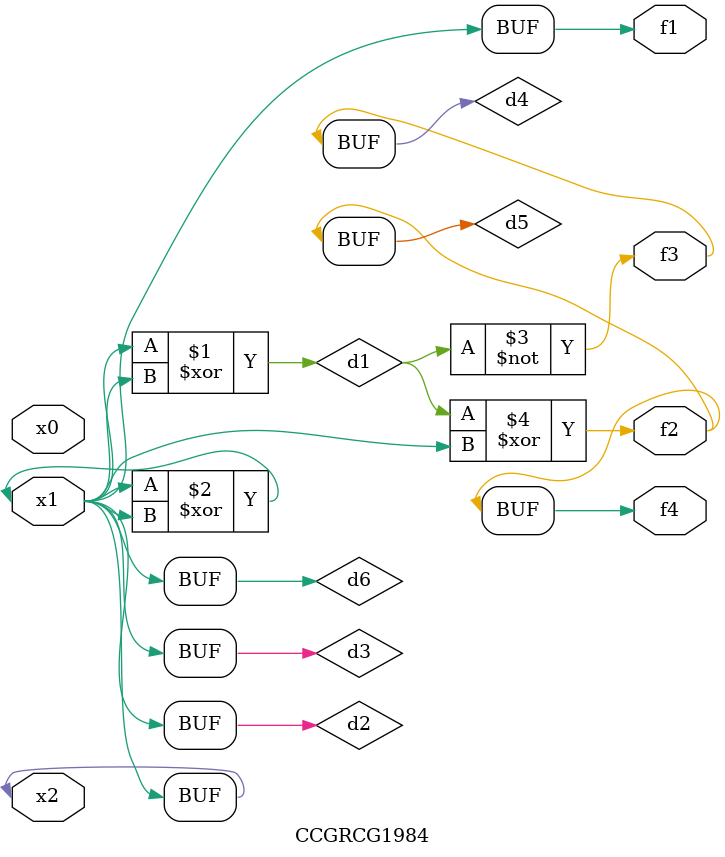
<source format=v>
module CCGRCG1984(
	input x0, x1, x2,
	output f1, f2, f3, f4
);

	wire d1, d2, d3, d4, d5, d6;

	xor (d1, x1, x2);
	buf (d2, x1, x2);
	xor (d3, x1, x2);
	nor (d4, d1);
	xor (d5, d1, d2);
	buf (d6, d2, d3);
	assign f1 = d6;
	assign f2 = d5;
	assign f3 = d4;
	assign f4 = d5;
endmodule

</source>
